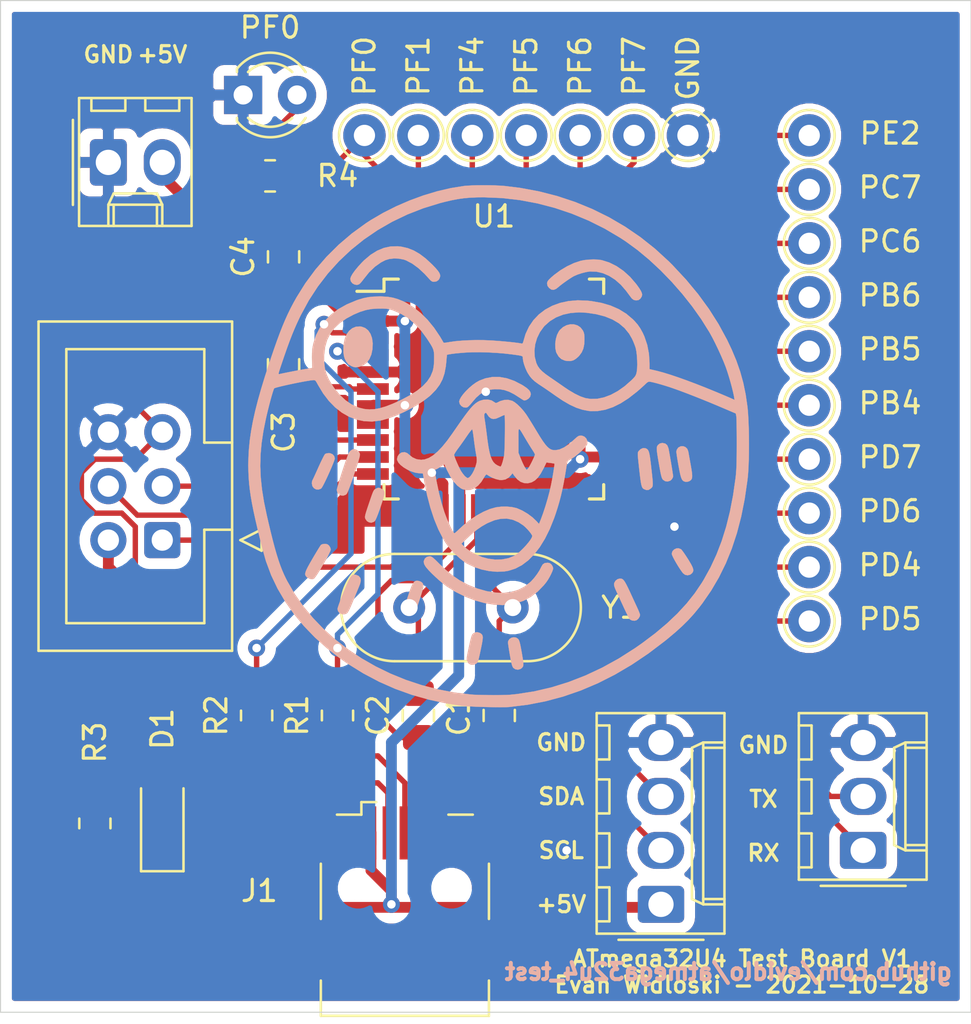
<source format=kicad_pcb>
(kicad_pcb (version 20171130) (host pcbnew 5.1.10)
  (layers (0 F.Cu signal) (31 B.Cu signal) (34 B.Paste user) (35 F.Paste user) (36 B.SilkS user) (37 F.SilkS user) (38 B.Mask user) (39 F.Mask user) (44 Edge.Cuts user))
  (net 0 "")
  (net 1 GND)
  (net 2 "Net-(C1-Pad1)")
  (net 3 "Net-(C2-Pad2)")
  (net 4 "Net-(C3-Pad1)")
  (net 5 +5V)
  (net 6 "Net-(D1-Pad2)")
  (net 7 /MOSI)
  (net 8 /RST)
  (net 9 /SCK)
  (net 10 /MISO)
  (net 11 /TX)
  (net 12 /RX)
  (net 13 "Net-(J1-Pad3)")
  (net 14 "Net-(J1-Pad2)")
  (net 15 "Net-(U1-Pad42)")
  (net 16 "Net-(J1-Pad4)")
  (net 17 "Net-(J1-Pad6)")
  (net 18 "Net-(U1-Pad12)")
  (net 19 "Net-(U1-Pad8)")
  (net 20 "Net-(U1-Pad1)")
  (net 21 "Net-(J5-Pad3)")
  (net 22 "Net-(J5-Pad2)")
  (net 23 "Net-(PB4-Pad1)")
  (net 24 "Net-(PB5-Pad1)")
  (net 25 "Net-(PB6-Pad1)")
  (net 26 "Net-(PC6-Pad1)")
  (net 27 "Net-(PC7-Pad1)")
  (net 28 "Net-(PD4-Pad1)")
  (net 29 "Net-(PD5-Pad1)")
  (net 30 "Net-(PD6-Pad1)")
  (net 31 "Net-(PD7-Pad1)")
  (net 32 "Net-(PE2-Pad1)")
  (net 33 "Net-(PF0-Pad1)")
  (net 34 "Net-(PF1-Pad1)")
  (net 35 "Net-(PF4-Pad1)")
  (net 36 "Net-(PF5-Pad1)")
  (net 37 "Net-(PF6-Pad1)")
  (net 38 "Net-(PF7-Pad1)")
  (net 39 "Net-(D2-Pad2)")
  (net 40 "Net-(R1-Pad1)")
  (net 41 "Net-(R2-Pad1)")
  (module evan_atmega32u4:phil (layer B.Cu) (at 179.07 74.295 180)
    (fp_text reference TP1 hide)
    (fp_text value logo hide)
  )
  (module Crystal:Crystal_HC49-U_Vertical (layer F.Cu) (at 179.705 81.915 180)
    (fp_text reference Y1 (at -5.08 0) (layer F.SilkS))
    (fp_text value Crystal_Small)
    (pad 2 thru_hole circle (at 4.88 0 180) (size 1.5 1.5) (drill 0.8) (layers *.Cu *.Mask) (net 3 "Net-(C2-Pad2)"))
    (pad 1 thru_hole circle (at 0 0 180) (size 1.5 1.5) (drill 0.8) (layers *.Cu *.Mask) (net 2 "Net-(C1-Pad1)"))
  )
  (module Resistor_SMD:R_0805_2012Metric_Pad1.20x1.40mm_HandSolder (layer F.Cu) (at 168.275 61.595)
    (fp_text reference R4 (at 3.175 0) (layer F.SilkS))
    (fp_text value 1k)
    (pad 2 smd roundrect (at 1 0) (size 1.2 1.4) (layers F.Cu F.Paste F.Mask) (roundrect_rratio 0.2083325) (net 33 "Net-(PF0-Pad1)"))
    (pad 1 smd roundrect (at -1 0) (size 1.2 1.4) (layers F.Cu F.Paste F.Mask) (roundrect_rratio 0.2083325) (net 39 "Net-(D2-Pad2)"))
  )
  (module LED_THT:LED_D3.0mm (layer F.Cu) (at 167.005 57.785)
    (fp_text reference D2 hide)
    (fp_text value LED)
    (fp_text user PF0 (at 1.27 -3.175) (layer F.SilkS) (effects (font (size 1 1.016))))
    (pad 2 thru_hole circle (at 2.54 0) (size 1.8 1.8) (drill 0.9) (layers *.Cu *.Mask) (net 39 "Net-(D2-Pad2)"))
    (pad 1 thru_hole rect (at 0 0) (size 1.8 1.8) (drill 0.9) (layers *.Cu *.Mask) (net 1 GND))
  )
  (module TestPoint:TestPoint_THTPad_D2.0mm_Drill1.0mm (layer F.Cu) (at 187.96 59.69)
    (fp_text reference PB1 hide)
    (fp_text value TestPoint)
    (fp_text user GND (at 0 -3.175 90) (layer F.SilkS))
    (pad 1 thru_hole circle (at 0 0) (size 2 2) (drill 1) (layers *.Cu *.Mask) (net 1 GND))
  )
  (module Connector_Molex:Molex_KK-254_AE-6410-04A_1x04_P2.54mm_Vertical (layer F.Cu) (at 186.69 95.885 90)
    (fp_text reference J5 hide)
    (fp_text value Conn_01x04)
    (fp_text user SCL (at 2.54 -4.699 180) (layer F.SilkS) (effects (font (size 0.762 0.762))))
    (fp_text user SDA (at 5.08 -4.699 180) (layer F.SilkS) (effects (font (size 0.762 0.762))))
    (fp_text user GND (at 7.62 -4.699 180) (layer F.SilkS) (effects (font (size 0.762 0.762))))
    (fp_text user +5V (at 0 -4.699 180) (layer F.SilkS) (effects (font (size 0.762 0.762))))
    (pad 4 thru_hole oval (at 7.62 0 90) (size 1.74 2.19) (drill 1.19) (layers *.Cu *.Mask) (net 1 GND))
    (pad 3 thru_hole oval (at 5.08 0 90) (size 1.74 2.19) (drill 1.19) (layers *.Cu *.Mask) (net 21 "Net-(J5-Pad3)"))
    (pad 2 thru_hole oval (at 2.54 0 90) (size 1.74 2.19) (drill 1.19) (layers *.Cu *.Mask) (net 22 "Net-(J5-Pad2)"))
    (pad 1 thru_hole roundrect (at 0 0 90) (size 1.74 2.19) (drill 1.19) (layers *.Cu *.Mask) (roundrect_rratio 0.1436775862068966) (net 5 +5V))
  )
  (module TestPoint:TestPoint_THTPad_D2.0mm_Drill1.0mm (layer F.Cu) (at 185.42 59.69)
    (fp_text reference PF7 (at 0 -3.268 90) (layer F.SilkS))
    (fp_text value TestPoint)
    (pad 1 thru_hole circle (at 0 0) (size 2 2) (drill 1) (layers *.Cu *.Mask) (net 38 "Net-(PF7-Pad1)"))
  )
  (module TestPoint:TestPoint_THTPad_D2.0mm_Drill1.0mm (layer F.Cu) (at 182.88 59.69)
    (fp_text reference PF6 (at 0 -3.268 90) (layer F.SilkS))
    (fp_text value TestPoint)
    (pad 1 thru_hole circle (at 0 0) (size 2 2) (drill 1) (layers *.Cu *.Mask) (net 37 "Net-(PF6-Pad1)"))
  )
  (module TestPoint:TestPoint_THTPad_D2.0mm_Drill1.0mm (layer F.Cu) (at 180.34 59.69)
    (fp_text reference PF5 (at 0 -3.268 90) (layer F.SilkS))
    (fp_text value TestPoint)
    (pad 1 thru_hole circle (at 0 0) (size 2 2) (drill 1) (layers *.Cu *.Mask) (net 36 "Net-(PF5-Pad1)"))
  )
  (module TestPoint:TestPoint_THTPad_D2.0mm_Drill1.0mm (layer F.Cu) (at 177.8 59.69)
    (fp_text reference PF4 (at 0 -3.268 90) (layer F.SilkS))
    (fp_text value TestPoint)
    (pad 1 thru_hole circle (at 0 0) (size 2 2) (drill 1) (layers *.Cu *.Mask) (net 35 "Net-(PF4-Pad1)"))
  )
  (module TestPoint:TestPoint_THTPad_D2.0mm_Drill1.0mm (layer F.Cu) (at 175.26 59.69)
    (fp_text reference PF1 (at 0 -3.268 90) (layer F.SilkS))
    (fp_text value TestPoint)
    (pad 1 thru_hole circle (at 0 0) (size 2 2) (drill 1) (layers *.Cu *.Mask) (net 34 "Net-(PF1-Pad1)"))
  )
  (module TestPoint:TestPoint_THTPad_D2.0mm_Drill1.0mm (layer F.Cu) (at 172.72 59.69)
    (fp_text reference PF0 (at 0 -3.268 90) (layer F.SilkS))
    (fp_text value TestPoint)
    (pad 1 thru_hole circle (at 0 0) (size 2 2) (drill 1) (layers *.Cu *.Mask) (net 33 "Net-(PF0-Pad1)"))
  )
  (module TestPoint:TestPoint_THTPad_D2.0mm_Drill1.0mm (layer F.Cu) (at 193.675 59.69)
    (fp_text reference PE2 (at 3.81 -0.093) (layer F.SilkS))
    (fp_text value TestPoint)
    (pad 1 thru_hole circle (at 0 0) (size 2 2) (drill 1) (layers *.Cu *.Mask) (net 32 "Net-(PE2-Pad1)"))
  )
  (module TestPoint:TestPoint_THTPad_D2.0mm_Drill1.0mm (layer F.Cu) (at 193.675 74.93)
    (fp_text reference PD7 (at 3.81 -0.093) (layer F.SilkS))
    (fp_text value TestPoint)
    (pad 1 thru_hole circle (at 0 0) (size 2 2) (drill 1) (layers *.Cu *.Mask) (net 31 "Net-(PD7-Pad1)"))
  )
  (module TestPoint:TestPoint_THTPad_D2.0mm_Drill1.0mm (layer F.Cu) (at 193.675 77.47)
    (fp_text reference PD6 (at 3.81 -0.093) (layer F.SilkS))
    (fp_text value TestPoint)
    (pad 1 thru_hole circle (at 0 0) (size 2 2) (drill 1) (layers *.Cu *.Mask) (net 30 "Net-(PD6-Pad1)"))
  )
  (module TestPoint:TestPoint_THTPad_D2.0mm_Drill1.0mm (layer F.Cu) (at 193.675 82.55)
    (fp_text reference PD5 (at 3.81 -0.093) (layer F.SilkS))
    (fp_text value TestPoint)
    (pad 1 thru_hole circle (at 0 0) (size 2 2) (drill 1) (layers *.Cu *.Mask) (net 29 "Net-(PD5-Pad1)"))
  )
  (module TestPoint:TestPoint_THTPad_D2.0mm_Drill1.0mm (layer F.Cu) (at 193.675 80.01)
    (fp_text reference PD4 (at 3.81 -0.093) (layer F.SilkS))
    (fp_text value TestPoint)
    (pad 1 thru_hole circle (at 0 0) (size 2 2) (drill 1) (layers *.Cu *.Mask) (net 28 "Net-(PD4-Pad1)"))
  )
  (module TestPoint:TestPoint_THTPad_D2.0mm_Drill1.0mm (layer F.Cu) (at 193.675 62.23)
    (fp_text reference PC7 (at 3.81 -0.093) (layer F.SilkS))
    (fp_text value TestPoint)
    (pad 1 thru_hole circle (at 0 0) (size 2 2) (drill 1) (layers *.Cu *.Mask) (net 27 "Net-(PC7-Pad1)"))
  )
  (module TestPoint:TestPoint_THTPad_D2.0mm_Drill1.0mm (layer F.Cu) (at 193.675 64.77)
    (fp_text reference PC6 (at 3.81 -0.093) (layer F.SilkS))
    (fp_text value TestPoint)
    (pad 1 thru_hole circle (at 0 0) (size 2 2) (drill 1) (layers *.Cu *.Mask) (net 26 "Net-(PC6-Pad1)"))
  )
  (module TestPoint:TestPoint_THTPad_D2.0mm_Drill1.0mm (layer F.Cu) (at 193.675 67.31)
    (fp_text reference PB6 (at 3.81 -0.093) (layer F.SilkS))
    (fp_text value TestPoint)
    (pad 1 thru_hole circle (at 0 0) (size 2 2) (drill 1) (layers *.Cu *.Mask) (net 25 "Net-(PB6-Pad1)"))
  )
  (module TestPoint:TestPoint_THTPad_D2.0mm_Drill1.0mm (layer F.Cu) (at 193.675 69.85)
    (fp_text reference PB5 (at 3.81 -0.093) (layer F.SilkS))
    (fp_text value TestPoint)
    (pad 1 thru_hole circle (at 0 0) (size 2 2) (drill 1) (layers *.Cu *.Mask) (net 24 "Net-(PB5-Pad1)"))
  )
  (module TestPoint:TestPoint_THTPad_D2.0mm_Drill1.0mm (layer F.Cu) (at 193.675 72.39)
    (fp_text reference PB4 (at 3.81 -0.093) (layer F.SilkS))
    (fp_text value TestPoint)
    (pad 1 thru_hole circle (at 0 0) (size 2 2) (drill 1) (layers *.Cu *.Mask) (net 23 "Net-(PB4-Pad1)"))
  )
  (module Connector_USB:USB_Mini-B_Wuerth_65100516121_Horizontal (layer F.Cu) (at 174.625 95.123)
    (fp_text reference J1 (at -6.858 0.127) (layer F.SilkS))
    (fp_text value USB_B_Mini)
    (pad "" np_thru_hole circle (at 2.2 0) (size 0.9 0.9) (drill 0.9) (layers *.Cu *.Mask))
    (pad "" np_thru_hole circle (at -2.2 0) (size 0.9 0.9) (drill 0.9) (layers *.Cu *.Mask))
    (pad 5 smd rect (at 1.6 -2.6) (size 0.5 2.5) (layers F.Cu F.Paste F.Mask) (net 1 GND))
    (pad 4 smd rect (at 0.8 -2.6) (size 0.5 2.5) (layers F.Cu F.Paste F.Mask) (net 16 "Net-(J1-Pad4)"))
    (pad 3 smd rect (at 0 -2.6) (size 0.5 2.5) (layers F.Cu F.Paste F.Mask) (net 13 "Net-(J1-Pad3)"))
    (pad 2 smd rect (at -0.8 -2.6) (size 0.5 2.5) (layers F.Cu F.Paste F.Mask) (net 14 "Net-(J1-Pad2)"))
    (pad 1 smd rect (at -1.6 -2.6) (size 0.5 2.5) (layers F.Cu F.Paste F.Mask) (net 5 +5V))
    (pad 6 smd rect (at 4.4 -2.6) (size 2 2.5) (layers F.Cu F.Paste F.Mask) (net 17 "Net-(J1-Pad6)"))
    (pad 6 smd rect (at -4.4 -2.6) (size 2 2.5) (layers F.Cu F.Paste F.Mask) (net 17 "Net-(J1-Pad6)"))
    (pad 6 smd rect (at 4.4 2.9) (size 2 2.5) (layers F.Cu F.Paste F.Mask) (net 17 "Net-(J1-Pad6)"))
    (pad 6 smd rect (at -4.4 2.9) (size 2 2.5) (layers F.Cu F.Paste F.Mask) (net 17 "Net-(J1-Pad6)"))
  )
  (module Package_QFP:TQFP-44_10x10mm_P0.8mm (layer F.Cu) (at 178.816 71.628)
    (fp_text reference U1 (at 0 -8.128) (layer F.SilkS))
    (fp_text value ATmega32U4-AU)
    (pad 44 smd rect (at -4 -5.7 90) (size 1.5 0.55) (layers F.Cu F.Paste F.Mask) (net 5 +5V))
    (pad 43 smd rect (at -3.2 -5.7 90) (size 1.5 0.55) (layers F.Cu F.Paste F.Mask) (net 1 GND))
    (pad 42 smd rect (at -2.4 -5.7 90) (size 1.5 0.55) (layers F.Cu F.Paste F.Mask) (net 15 "Net-(U1-Pad42)"))
    (pad 41 smd rect (at -1.6 -5.7 90) (size 1.5 0.55) (layers F.Cu F.Paste F.Mask) (net 33 "Net-(PF0-Pad1)"))
    (pad 40 smd rect (at -0.8 -5.7 90) (size 1.5 0.55) (layers F.Cu F.Paste F.Mask) (net 34 "Net-(PF1-Pad1)"))
    (pad 39 smd rect (at 0 -5.7 90) (size 1.5 0.55) (layers F.Cu F.Paste F.Mask) (net 35 "Net-(PF4-Pad1)"))
    (pad 38 smd rect (at 0.8 -5.7 90) (size 1.5 0.55) (layers F.Cu F.Paste F.Mask) (net 36 "Net-(PF5-Pad1)"))
    (pad 37 smd rect (at 1.6 -5.7 90) (size 1.5 0.55) (layers F.Cu F.Paste F.Mask) (net 37 "Net-(PF6-Pad1)"))
    (pad 36 smd rect (at 2.4 -5.7 90) (size 1.5 0.55) (layers F.Cu F.Paste F.Mask) (net 38 "Net-(PF7-Pad1)"))
    (pad 35 smd rect (at 3.2 -5.7 90) (size 1.5 0.55) (layers F.Cu F.Paste F.Mask) (net 1 GND))
    (pad 34 smd rect (at 4 -5.7 90) (size 1.5 0.55) (layers F.Cu F.Paste F.Mask) (net 5 +5V))
    (pad 33 smd rect (at 5.7 -4) (size 1.5 0.55) (layers F.Cu F.Paste F.Mask) (net 32 "Net-(PE2-Pad1)"))
    (pad 32 smd rect (at 5.7 -3.2) (size 1.5 0.55) (layers F.Cu F.Paste F.Mask) (net 27 "Net-(PC7-Pad1)"))
    (pad 31 smd rect (at 5.7 -2.4) (size 1.5 0.55) (layers F.Cu F.Paste F.Mask) (net 26 "Net-(PC6-Pad1)"))
    (pad 30 smd rect (at 5.7 -1.6) (size 1.5 0.55) (layers F.Cu F.Paste F.Mask) (net 25 "Net-(PB6-Pad1)"))
    (pad 29 smd rect (at 5.7 -0.8) (size 1.5 0.55) (layers F.Cu F.Paste F.Mask) (net 24 "Net-(PB5-Pad1)"))
    (pad 28 smd rect (at 5.7 0) (size 1.5 0.55) (layers F.Cu F.Paste F.Mask) (net 23 "Net-(PB4-Pad1)"))
    (pad 27 smd rect (at 5.7 0.8) (size 1.5 0.55) (layers F.Cu F.Paste F.Mask) (net 31 "Net-(PD7-Pad1)"))
    (pad 26 smd rect (at 5.7 1.6) (size 1.5 0.55) (layers F.Cu F.Paste F.Mask) (net 30 "Net-(PD6-Pad1)"))
    (pad 25 smd rect (at 5.7 2.4) (size 1.5 0.55) (layers F.Cu F.Paste F.Mask) (net 28 "Net-(PD4-Pad1)"))
    (pad 24 smd rect (at 5.7 3.2) (size 1.5 0.55) (layers F.Cu F.Paste F.Mask) (net 5 +5V))
    (pad 23 smd rect (at 5.7 4) (size 1.5 0.55) (layers F.Cu F.Paste F.Mask) (net 1 GND))
    (pad 22 smd rect (at 4 5.7 90) (size 1.5 0.55) (layers F.Cu F.Paste F.Mask) (net 29 "Net-(PD5-Pad1)"))
    (pad 21 smd rect (at 3.2 5.7 90) (size 1.5 0.55) (layers F.Cu F.Paste F.Mask) (net 11 /TX))
    (pad 20 smd rect (at 2.4 5.7 90) (size 1.5 0.55) (layers F.Cu F.Paste F.Mask) (net 12 /RX))
    (pad 19 smd rect (at 1.6 5.7 90) (size 1.5 0.55) (layers F.Cu F.Paste F.Mask) (net 21 "Net-(J5-Pad3)"))
    (pad 18 smd rect (at 0.8 5.7 90) (size 1.5 0.55) (layers F.Cu F.Paste F.Mask) (net 22 "Net-(J5-Pad2)"))
    (pad 17 smd rect (at 0 5.7 90) (size 1.5 0.55) (layers F.Cu F.Paste F.Mask) (net 2 "Net-(C1-Pad1)"))
    (pad 16 smd rect (at -0.8 5.7 90) (size 1.5 0.55) (layers F.Cu F.Paste F.Mask) (net 3 "Net-(C2-Pad2)"))
    (pad 15 smd rect (at -1.6 5.7 90) (size 1.5 0.55) (layers F.Cu F.Paste F.Mask) (net 1 GND))
    (pad 14 smd rect (at -2.4 5.7 90) (size 1.5 0.55) (layers F.Cu F.Paste F.Mask) (net 5 +5V))
    (pad 13 smd rect (at -3.2 5.7 90) (size 1.5 0.55) (layers F.Cu F.Paste F.Mask) (net 8 /RST))
    (pad 12 smd rect (at -4 5.7 90) (size 1.5 0.55) (layers F.Cu F.Paste F.Mask) (net 18 "Net-(U1-Pad12)"))
    (pad 11 smd rect (at -5.7 4) (size 1.5 0.55) (layers F.Cu F.Paste F.Mask) (net 10 /MISO))
    (pad 10 smd rect (at -5.7 3.2) (size 1.5 0.55) (layers F.Cu F.Paste F.Mask) (net 7 /MOSI))
    (pad 9 smd rect (at -5.7 2.4) (size 1.5 0.55) (layers F.Cu F.Paste F.Mask) (net 9 /SCK))
    (pad 8 smd rect (at -5.7 1.6) (size 1.5 0.55) (layers F.Cu F.Paste F.Mask) (net 19 "Net-(U1-Pad8)"))
    (pad 7 smd rect (at -5.7 0.8) (size 1.5 0.55) (layers F.Cu F.Paste F.Mask) (net 5 +5V))
    (pad 6 smd rect (at -5.7 0) (size 1.5 0.55) (layers F.Cu F.Paste F.Mask) (net 4 "Net-(C3-Pad1)"))
    (pad 5 smd rect (at -5.7 -0.8) (size 1.5 0.55) (layers F.Cu F.Paste F.Mask) (net 1 GND))
    (pad 4 smd rect (at -5.7 -1.6) (size 1.5 0.55) (layers F.Cu F.Paste F.Mask) (net 40 "Net-(R1-Pad1)"))
    (pad 3 smd rect (at -5.7 -2.4) (size 1.5 0.55) (layers F.Cu F.Paste F.Mask) (net 41 "Net-(R2-Pad1)"))
    (pad 2 smd rect (at -5.7 -3.2) (size 1.5 0.55) (layers F.Cu F.Paste F.Mask) (net 5 +5V))
    (pad 1 smd rect (at -5.7 -4) (size 1.5 0.55) (layers F.Cu F.Paste F.Mask) (net 20 "Net-(U1-Pad1)"))
  )
  (module Resistor_SMD:R_0805_2012Metric_Pad1.20x1.40mm_HandSolder (layer F.Cu) (at 160.02 92.075 90)
    (fp_text reference R3 (at 3.81 0 90) (layer F.SilkS))
    (fp_text value 10k)
    (pad 2 smd roundrect (at 1 0 90) (size 1.2 1.4) (layers F.Cu F.Paste F.Mask) (roundrect_rratio 0.2083325) (net 8 /RST))
    (pad 1 smd roundrect (at -1 0 90) (size 1.2 1.4) (layers F.Cu F.Paste F.Mask) (roundrect_rratio 0.2083325) (net 5 +5V))
  )
  (module Resistor_SMD:R_0805_2012Metric_Pad1.20x1.40mm_HandSolder (layer F.Cu) (at 167.64 86.995 270)
    (fp_text reference R2 (at 0 1.905 90) (layer F.SilkS))
    (fp_text value 22)
    (pad 2 smd roundrect (at 1 0 270) (size 1.2 1.4) (layers F.Cu F.Paste F.Mask) (roundrect_rratio 0.2083325) (net 14 "Net-(J1-Pad2)"))
    (pad 1 smd roundrect (at -1 0 270) (size 1.2 1.4) (layers F.Cu F.Paste F.Mask) (roundrect_rratio 0.2083325) (net 41 "Net-(R2-Pad1)"))
  )
  (module Resistor_SMD:R_0805_2012Metric_Pad1.20x1.40mm_HandSolder (layer F.Cu) (at 171.45 86.995 270)
    (fp_text reference R1 (at 0 1.905 90) (layer F.SilkS))
    (fp_text value 22)
    (pad 2 smd roundrect (at 1 0 270) (size 1.2 1.4) (layers F.Cu F.Paste F.Mask) (roundrect_rratio 0.2083325) (net 13 "Net-(J1-Pad3)"))
    (pad 1 smd roundrect (at -1 0 270) (size 1.2 1.4) (layers F.Cu F.Paste F.Mask) (roundrect_rratio 0.2083325) (net 40 "Net-(R1-Pad1)"))
  )
  (module Connector_Molex:Molex_KK-254_AE-6410-03A_1x03_P2.54mm_Vertical (layer F.Cu) (at 196.215 93.345 90)
    (fp_text reference J4 hide)
    (fp_text value Conn_01x03)
    (fp_text user GND (at 4.953 -4.699 180) (layer F.SilkS) (effects (font (size 0.762 0.762))))
    (fp_text user TX (at 2.413 -4.699 180) (layer F.SilkS) (effects (font (size 0.762 0.762))))
    (fp_text user RX (at -0.127 -4.699 180) (layer F.SilkS) (effects (font (size 0.762 0.762))))
    (pad 3 thru_hole oval (at 5.08 0 90) (size 1.74 2.19) (drill 1.19) (layers *.Cu *.Mask) (net 1 GND))
    (pad 2 thru_hole oval (at 2.54 0 90) (size 1.74 2.19) (drill 1.19) (layers *.Cu *.Mask) (net 11 /TX))
    (pad 1 thru_hole roundrect (at 0 0 90) (size 1.74 2.19) (drill 1.19) (layers *.Cu *.Mask) (roundrect_rratio 0.1436775862068966) (net 12 /RX))
  )
  (module Connector_Molex:Molex_KK-254_AE-6410-02A_1x02_P2.54mm_Vertical (layer F.Cu) (at 160.655 60.96)
    (fp_text reference J3 hide)
    (fp_text value Conn_01x02)
    (fp_text user GND (at 0 -5.08) (layer F.SilkS) (effects (font (size 0.762 0.762))))
    (fp_text user +5V (at 2.54 -5.08) (layer F.SilkS) (effects (font (size 0.762 0.762))))
    (pad 2 thru_hole oval (at 2.54 0) (size 1.74 2.19) (drill 1.19) (layers *.Cu *.Mask) (net 5 +5V))
    (pad 1 thru_hole roundrect (at 0 0) (size 1.74 2.19) (drill 1.19) (layers *.Cu *.Mask) (roundrect_rratio 0.1436775862068966) (net 1 GND))
  )
  (module Connector_IDC:IDC-Header_2x03_P2.54mm_Vertical (layer F.Cu) (at 163.195 78.74 180)
    (fp_text reference J2 hide)
    (fp_text value AVR-ISP-6)
    (pad 6 thru_hole circle (at 2.54 5.08 180) (size 1.7 1.7) (drill 1) (layers *.Cu *.Mask) (net 1 GND))
    (pad 4 thru_hole circle (at 2.54 2.54 180) (size 1.7 1.7) (drill 1) (layers *.Cu *.Mask) (net 7 /MOSI))
    (pad 2 thru_hole circle (at 2.54 0 180) (size 1.7 1.7) (drill 1) (layers *.Cu *.Mask) (net 6 "Net-(D1-Pad2)"))
    (pad 5 thru_hole circle (at 0 5.08 180) (size 1.7 1.7) (drill 1) (layers *.Cu *.Mask) (net 8 /RST))
    (pad 3 thru_hole circle (at 0 2.54 180) (size 1.7 1.7) (drill 1) (layers *.Cu *.Mask) (net 9 /SCK))
    (pad 1 thru_hole roundrect (at 0 0 180) (size 1.7 1.7) (drill 1) (layers *.Cu *.Mask) (roundrect_rratio 0.1470588235294118) (net 10 /MISO))
  )
  (module Diode_SMD:D_SOD-123 (layer F.Cu) (at 163.195 92.075 90)
    (fp_text reference D1 (at 4.445 0 90) (layer F.SilkS))
    (fp_text value MBR0520)
    (pad 2 smd rect (at 1.65 0 90) (size 0.9 1.2) (layers F.Cu F.Paste F.Mask) (net 6 "Net-(D1-Pad2)"))
    (pad 1 smd rect (at -1.65 0 90) (size 0.9 1.2) (layers F.Cu F.Paste F.Mask) (net 5 +5V))
  )
  (module Capacitor_SMD:C_0805_2012Metric_Pad1.18x1.45mm_HandSolder (layer F.Cu) (at 168.91 65.405 270)
    (fp_text reference C4 (at 0 1.905 90) (layer F.SilkS))
    (fp_text value 1uF)
    (pad 2 smd roundrect (at 1.0375 0 270) (size 1.175 1.45) (layers F.Cu F.Paste F.Mask) (roundrect_rratio 0.2127659574468085) (net 5 +5V))
    (pad 1 smd roundrect (at -1.0375 0 270) (size 1.175 1.45) (layers F.Cu F.Paste F.Mask) (roundrect_rratio 0.2127659574468085) (net 1 GND))
  )
  (module Capacitor_SMD:C_0805_2012Metric_Pad1.18x1.45mm_HandSolder (layer F.Cu) (at 168.91 70.485 90)
    (fp_text reference C3 (at -3.175 0 90) (layer F.SilkS))
    (fp_text value C_Small)
    (pad 2 smd roundrect (at 1.0375 0 90) (size 1.175 1.45) (layers F.Cu F.Paste F.Mask) (roundrect_rratio 0.2127659574468085) (net 1 GND))
    (pad 1 smd roundrect (at -1.0375 0 90) (size 1.175 1.45) (layers F.Cu F.Paste F.Mask) (roundrect_rratio 0.2127659574468085) (net 4 "Net-(C3-Pad1)"))
  )
  (module Capacitor_SMD:C_0805_2012Metric_Pad1.18x1.45mm_HandSolder (layer F.Cu) (at 175.26 86.995 90)
    (fp_text reference C2 (at 0 -1.905 90) (layer F.SilkS))
    (fp_text value 22p)
    (pad 2 smd roundrect (at 1.0375 0 90) (size 1.175 1.45) (layers F.Cu F.Paste F.Mask) (roundrect_rratio 0.2127659574468085) (net 3 "Net-(C2-Pad2)"))
    (pad 1 smd roundrect (at -1.0375 0 90) (size 1.175 1.45) (layers F.Cu F.Paste F.Mask) (roundrect_rratio 0.2127659574468085) (net 1 GND))
  )
  (module Capacitor_SMD:C_0805_2012Metric_Pad1.18x1.45mm_HandSolder (layer F.Cu) (at 179.07 86.995 270)
    (fp_text reference C1 (at 0 1.905 90) (layer F.SilkS))
    (fp_text value 22p)
    (pad 2 smd roundrect (at 1.0375 0 270) (size 1.175 1.45) (layers F.Cu F.Paste F.Mask) (roundrect_rratio 0.2127659574468085) (net 1 GND))
    (pad 1 smd roundrect (at -1.0375 0 270) (size 1.175 1.45) (layers F.Cu F.Paste F.Mask) (roundrect_rratio 0.2127659574468085) (net 2 "Net-(C1-Pad1)"))
  )
  (gr_text github.com/evidlo/atmega32u4_test (at 189.865 99.06) (layer B.SilkS) (effects (font (size 0.762 0.762) (thickness 0.1905)) (justify mirror)))
  (gr_line (start 201.295 53.34) (end 155.575 53.34) (layer Edge.Cuts) (width 0.05))
  (gr_line (start 201.295 100.965) (end 201.295 53.34) (layer Edge.Cuts) (width 0.05))
  (gr_line (start 155.575 100.965) (end 201.295 100.965) (layer Edge.Cuts) (width 0.05))
  (gr_line (start 155.575 53.34) (end 155.575 100.965) (layer Edge.Cuts) (width 0.05))
  (gr_text "ATmega32U4 Test Board V1\nEvan Widloski - 2021-10-28" (at 190.5 99.06) (layer F.SilkS) (effects (font (size 0.762 0.762))))
  (via (at 178.435 71.755) (size 0.8) (drill 0.4) (layers F.Cu B.Cu) (net 1))
  (via (at 187.325 78.105) (size 0.8) (drill 0.4) (layers F.Cu B.Cu) (net 1))
  (via (at 182.245 93.345) (size 0.8) (drill 0.4) (layers F.Cu B.Cu) (net 1))
  (segment (start 179.07 88.0325) (end 175.26 88.0325) (width 0.254) (layer F.Cu) (net 1))
  (segment (start 177.216 78.689) (end 177.216 77.328) (width 0.254) (layer F.Cu) (net 1))
  (segment (start 175.26 80.645) (end 177.216 78.689) (width 0.254) (layer F.Cu) (net 1))
  (segment (start 174.3925 88.0325) (end 173.355 86.995) (width 0.254) (layer F.Cu) (net 1))
  (segment (start 173.355 86.995) (end 173.355 81.28) (width 0.254) (layer F.Cu) (net 1))
  (segment (start 175.26 88.0325) (end 174.3925 88.0325) (width 0.254) (layer F.Cu) (net 1))
  (segment (start 173.355 81.28) (end 173.99 80.645) (width 0.254) (layer F.Cu) (net 1))
  (segment (start 173.99 80.645) (end 175.26 80.645) (width 0.254) (layer F.Cu) (net 1))
  (segment (start 179.07 82.55) (end 179.705 81.915) (width 0.254) (layer F.Cu) (net 2))
  (segment (start 179.07 85.9575) (end 179.07 82.55) (width 0.254) (layer F.Cu) (net 2))
  (segment (start 178.816 81.026) (end 178.816 77.328) (width 0.254) (layer F.Cu) (net 2))
  (segment (start 179.705 81.915) (end 178.816 81.026) (width 0.254) (layer F.Cu) (net 2))
  (segment (start 175.26 82.35) (end 174.825 81.915) (width 0.254) (layer F.Cu) (net 3))
  (segment (start 175.26 85.9575) (end 175.26 82.35) (width 0.254) (layer F.Cu) (net 3))
  (segment (start 178.016 78.724) (end 178.016 77.328) (width 0.254) (layer F.Cu) (net 3))
  (segment (start 174.825 81.915) (end 178.016 78.724) (width 0.254) (layer F.Cu) (net 3))
  (segment (start 172.0105 71.5225) (end 168.91 71.5225) (width 0.25) (layer F.Cu) (net 4))
  (segment (start 172.116 71.628) (end 172.0105 71.5225) (width 0.25) (layer F.Cu) (net 4))
  (segment (start 173.116 71.628) (end 172.116 71.628) (width 0.25) (layer F.Cu) (net 4))
  (via (at 182.88 74.93) (size 0.8) (drill 0.4) (layers F.Cu B.Cu) (net 5))
  (segment (start 182.245 75.565) (end 182.88 74.93) (width 0.508) (layer B.Cu) (net 5))
  (segment (start 182.982 74.828) (end 184.516 74.828) (width 0.508) (layer F.Cu) (net 5))
  (segment (start 182.88 74.93) (end 182.982 74.828) (width 0.508) (layer F.Cu) (net 5))
  (segment (start 175.26 75.565) (end 174.625 74.93) (width 0.508) (layer B.Cu) (net 5))
  (via (at 174.625 72.39) (size 0.8) (drill 0.4) (layers F.Cu B.Cu) (net 5))
  (segment (start 174.625 74.93) (end 174.625 72.39) (width 0.508) (layer B.Cu) (net 5))
  (segment (start 173.154 72.39) (end 173.116 72.428) (width 0.508) (layer F.Cu) (net 5))
  (segment (start 174.625 72.39) (end 173.154 72.39) (width 0.508) (layer F.Cu) (net 5))
  (segment (start 174.625 72.39) (end 174.625 68.58) (width 0.508) (layer B.Cu) (net 5))
  (segment (start 173.116 68.428) (end 174.625 68.428) (width 0.508) (layer F.Cu) (net 5))
  (via (at 174.625 68.428) (size 0.8) (drill 0.4) (layers F.Cu B.Cu) (net 5))
  (segment (start 174.625 66.119) (end 174.816 65.928) (width 0.508) (layer F.Cu) (net 5))
  (segment (start 174.625 68.428) (end 174.625 66.119) (width 0.508) (layer F.Cu) (net 5))
  (segment (start 182.88 65.992) (end 182.816 65.928) (width 0.508) (layer F.Cu) (net 5))
  (segment (start 182.88 74.93) (end 182.88 65.992) (width 0.508) (layer F.Cu) (net 5))
  (via (at 175.895 75.565) (size 0.8) (drill 0.4) (layers F.Cu B.Cu) (net 5))
  (segment (start 176.53 75.565) (end 175.895 75.565) (width 0.508) (layer B.Cu) (net 5))
  (segment (start 175.895 75.565) (end 175.26 75.565) (width 0.508) (layer B.Cu) (net 5))
  (segment (start 176.416 76.086) (end 175.895 75.565) (width 0.508) (layer F.Cu) (net 5))
  (segment (start 176.416 77.328) (end 176.416 76.086) (width 0.508) (layer F.Cu) (net 5))
  (segment (start 162.545 93.075) (end 163.195 93.725) (width 0.254) (layer F.Cu) (net 5))
  (segment (start 160.02 93.075) (end 162.545 93.075) (width 0.254) (layer F.Cu) (net 5))
  (segment (start 163.195 93.725) (end 168.02 93.725) (width 0.508) (layer F.Cu) (net 5))
  (segment (start 168.02 93.725) (end 168.91 94.615) (width 0.508) (layer F.Cu) (net 5))
  (segment (start 173.025 92.523) (end 173.025 93.04) (width 0.508) (layer F.Cu) (net 5))
  (segment (start 170.322001 96.027001) (end 168.91 94.615) (width 0.508) (layer F.Cu) (net 5))
  (segment (start 186.547999 96.027001) (end 170.322001 96.027001) (width 0.508) (layer F.Cu) (net 5))
  (segment (start 186.69 95.885) (end 186.547999 96.027001) (width 0.508) (layer F.Cu) (net 5))
  (segment (start 173.025 94.281) (end 173.99 95.246) (width 0.508) (layer F.Cu) (net 5))
  (segment (start 173.025 92.523) (end 173.025 94.281) (width 0.508) (layer F.Cu) (net 5))
  (segment (start 173.99 95.246) (end 173.99 96.027001) (width 0.508) (layer F.Cu) (net 5))
  (via (at 173.99 95.885) (size 0.8) (drill 0.4) (layers F.Cu B.Cu) (net 5))
  (segment (start 163.195 60.96) (end 163.195 61.595) (width 0.508) (layer F.Cu) (net 5))
  (segment (start 168.0425 66.4425) (end 168.91 66.4425) (width 0.508) (layer F.Cu) (net 5))
  (segment (start 163.195 61.595) (end 168.0425 66.4425) (width 0.508) (layer F.Cu) (net 5))
  (segment (start 170.088298 66.4425) (end 168.91 66.4425) (width 0.508) (layer F.Cu) (net 5))
  (segment (start 172.073798 68.428) (end 170.088298 66.4425) (width 0.508) (layer F.Cu) (net 5))
  (segment (start 173.116 68.428) (end 172.073798 68.428) (width 0.508) (layer F.Cu) (net 5))
  (segment (start 173.99 88.265) (end 177.165 85.09) (width 0.508) (layer B.Cu) (net 5))
  (segment (start 177.165 85.09) (end 177.165 75.565) (width 0.508) (layer B.Cu) (net 5))
  (segment (start 173.99 95.885) (end 173.99 88.265) (width 0.508) (layer B.Cu) (net 5))
  (segment (start 177.165 75.565) (end 182.245 75.565) (width 0.508) (layer B.Cu) (net 5))
  (segment (start 176.53 75.565) (end 177.165 75.565) (width 0.508) (layer B.Cu) (net 5))
  (segment (start 163.195 90.425) (end 163.195 82.55) (width 0.508) (layer F.Cu) (net 6))
  (segment (start 160.655 80.01) (end 160.655 78.74) (width 0.508) (layer F.Cu) (net 6))
  (segment (start 163.195 82.55) (end 160.655 80.01) (width 0.508) (layer F.Cu) (net 6))
  (segment (start 162.01999 77.56499) (end 168.81501 77.56499) (width 0.25) (layer F.Cu) (net 7))
  (segment (start 160.655 76.2) (end 162.01999 77.56499) (width 0.25) (layer F.Cu) (net 7))
  (segment (start 171.552 74.828) (end 173.116 74.828) (width 0.25) (layer F.Cu) (net 7))
  (segment (start 168.81501 77.56499) (end 171.552 74.828) (width 0.25) (layer F.Cu) (net 7))
  (segment (start 160.02 91.075) (end 160.02 81.915) (width 0.25) (layer F.Cu) (net 8))
  (segment (start 160.02 81.915) (end 158.75 80.645) (width 0.25) (layer F.Cu) (net 8))
  (segment (start 158.75 80.645) (end 158.75 73.025) (width 0.25) (layer F.Cu) (net 8))
  (segment (start 158.75 73.025) (end 160.02 71.755) (width 0.25) (layer F.Cu) (net 8))
  (segment (start 161.29 71.755) (end 163.195 73.66) (width 0.25) (layer F.Cu) (net 8))
  (segment (start 160.02 71.755) (end 161.29 71.755) (width 0.25) (layer F.Cu) (net 8))
  (segment (start 175.616 77.328) (end 175.616 78.384) (width 0.254) (layer F.Cu) (net 8))
  (segment (start 175.616 78.384) (end 173.99 80.01) (width 0.254) (layer F.Cu) (net 8))
  (segment (start 173.99 80.01) (end 165.1 80.01) (width 0.254) (layer F.Cu) (net 8))
  (segment (start 165.1 80.01) (end 164.465 80.645) (width 0.254) (layer F.Cu) (net 8))
  (segment (start 164.465 80.645) (end 162.56 80.645) (width 0.254) (layer F.Cu) (net 8))
  (segment (start 162.56 80.645) (end 161.925 80.01) (width 0.254) (layer F.Cu) (net 8))
  (segment (start 161.925 80.01) (end 161.925 78.109238) (width 0.254) (layer F.Cu) (net 8))
  (segment (start 161.925 78.109238) (end 161.285762 77.47) (width 0.254) (layer F.Cu) (net 8))
  (segment (start 161.285762 77.47) (end 160.02 77.47) (width 0.254) (layer F.Cu) (net 8))
  (segment (start 160.02 77.47) (end 159.385 76.835) (width 0.254) (layer F.Cu) (net 8))
  (segment (start 159.385 76.835) (end 159.385 75.565) (width 0.254) (layer F.Cu) (net 8))
  (segment (start 159.385 75.565) (end 160.02 74.93) (width 0.254) (layer F.Cu) (net 8))
  (segment (start 161.925 74.93) (end 163.195 73.66) (width 0.254) (layer F.Cu) (net 8))
  (segment (start 160.02 74.93) (end 161.925 74.93) (width 0.254) (layer F.Cu) (net 8))
  (segment (start 173.116 74.028) (end 171.305089 74.028) (width 0.25) (layer F.Cu) (net 9))
  (segment (start 169.133089 76.2) (end 163.195 76.2) (width 0.25) (layer F.Cu) (net 9))
  (segment (start 171.305089 74.028) (end 169.133089 76.2) (width 0.25) (layer F.Cu) (net 9))
  (segment (start 163.195 78.74) (end 168.91 78.74) (width 0.254) (layer F.Cu) (net 10))
  (segment (start 172.022 75.628) (end 168.91 78.74) (width 0.254) (layer F.Cu) (net 10))
  (segment (start 173.116 75.628) (end 172.022 75.628) (width 0.254) (layer F.Cu) (net 10))
  (segment (start 182.016 77.876) (end 182.213999 78.073999) (width 0.254) (layer F.Cu) (net 11))
  (segment (start 182.016 77.328) (end 182.016 77.876) (width 0.254) (layer F.Cu) (net 11))
  (segment (start 194.679398 90.805) (end 196.215 90.805) (width 0.254) (layer F.Cu) (net 11))
  (segment (start 182.213999 78.339601) (end 194.679398 90.805) (width 0.254) (layer F.Cu) (net 11))
  (segment (start 182.213999 78.073999) (end 182.213999 78.339601) (width 0.254) (layer F.Cu) (net 11))
  (segment (start 181.216 78.346) (end 181.216 77.328) (width 0.254) (layer F.Cu) (net 12))
  (segment (start 196.215 93.345) (end 181.216 78.346) (width 0.254) (layer F.Cu) (net 12))
  (segment (start 171.45 87.995) (end 171.45 88.265) (width 0.254) (layer F.Cu) (net 13))
  (segment (start 171.45 88.265) (end 172.085 88.9) (width 0.254) (layer F.Cu) (net 13))
  (segment (start 172.085 88.9) (end 173.355 88.9) (width 0.254) (layer F.Cu) (net 13))
  (segment (start 174.625 90.17) (end 174.625 92.523) (width 0.254) (layer F.Cu) (net 13))
  (segment (start 173.355 88.9) (end 174.625 90.17) (width 0.254) (layer F.Cu) (net 13))
  (segment (start 173.825 92.523) (end 173.825 90.64) (width 0.254) (layer F.Cu) (net 14))
  (segment (start 173.825 90.64) (end 173.355 90.17) (width 0.254) (layer F.Cu) (net 14))
  (segment (start 173.355 90.17) (end 168.91 90.17) (width 0.254) (layer F.Cu) (net 14))
  (segment (start 167.64 88.9) (end 167.64 87.995) (width 0.254) (layer F.Cu) (net 14))
  (segment (start 168.91 90.17) (end 167.64 88.9) (width 0.254) (layer F.Cu) (net 14))
  (segment (start 180.416 78.816) (end 180.416 77.328) (width 0.254) (layer F.Cu) (net 21))
  (segment (start 184.785 83.185) (end 180.416 78.816) (width 0.254) (layer F.Cu) (net 21))
  (segment (start 184.785 88.9) (end 184.785 83.185) (width 0.254) (layer F.Cu) (net 21))
  (segment (start 186.69 90.805) (end 184.785 88.9) (width 0.254) (layer F.Cu) (net 21))
  (segment (start 184.15 90.805) (end 186.69 93.345) (width 0.254) (layer F.Cu) (net 22))
  (segment (start 183.515 90.17) (end 184.15 90.805) (width 0.254) (layer F.Cu) (net 22))
  (segment (start 179.616 79.286) (end 183.515 83.185) (width 0.254) (layer F.Cu) (net 22))
  (segment (start 183.515 83.185) (end 183.515 90.17) (width 0.254) (layer F.Cu) (net 22))
  (segment (start 179.616 77.328) (end 179.616 79.286) (width 0.254) (layer F.Cu) (net 22))
  (via (at 171.45 69.85) (size 0.8) (drill 0.4) (layers F.Cu B.Cu) (net 40))
  (segment (start 171.628 70.028) (end 171.45 69.85) (width 0.254) (layer F.Cu) (net 40))
  (segment (start 173.116 70.028) (end 171.628 70.028) (width 0.254) (layer F.Cu) (net 40))
  (segment (start 172.085 71.755) (end 170.494027 70.164027) (width 0.254) (layer B.Cu) (net 41))
  (segment (start 170.494027 70.164027) (end 170.494027 68.900973) (width 0.254) (layer B.Cu) (net 41))
  (via (at 170.815 68.58) (size 0.8) (drill 0.4) (layers F.Cu B.Cu) (net 41))
  (segment (start 170.494027 68.900973) (end 170.815 68.58) (width 0.254) (layer B.Cu) (net 41))
  (segment (start 172.112 69.228) (end 173.116 69.228) (width 0.254) (layer F.Cu) (net 41))
  (segment (start 171.863999 68.979999) (end 172.112 69.228) (width 0.254) (layer F.Cu) (net 41))
  (segment (start 171.214999 68.979999) (end 171.863999 68.979999) (width 0.254) (layer F.Cu) (net 41))
  (segment (start 170.815 68.58) (end 171.214999 68.979999) (width 0.254) (layer F.Cu) (net 41))
  (segment (start 169.545 81.915) (end 172.085 79.375) (width 0.254) (layer B.Cu) (net 41))
  (segment (start 172.085 79.375) (end 172.085 71.755) (width 0.254) (layer B.Cu) (net 41))
  (segment (start 184.516 71.628) (end 190.373 71.628) (width 0.254) (layer F.Cu) (net 23))
  (segment (start 191.135 72.39) (end 193.675 72.39) (width 0.254) (layer F.Cu) (net 23))
  (segment (start 190.373 71.628) (end 191.135 72.39) (width 0.254) (layer F.Cu) (net 23))
  (segment (start 184.516 70.828) (end 190.157 70.828) (width 0.254) (layer F.Cu) (net 24))
  (segment (start 191.135 69.85) (end 193.675 69.85) (width 0.254) (layer F.Cu) (net 24))
  (segment (start 190.157 70.828) (end 191.135 69.85) (width 0.254) (layer F.Cu) (net 24))
  (segment (start 184.516 70.028) (end 187.782 70.028) (width 0.254) (layer F.Cu) (net 25))
  (segment (start 190.5 67.31) (end 193.675 67.31) (width 0.254) (layer F.Cu) (net 25))
  (segment (start 187.782 70.028) (end 190.5 67.31) (width 0.254) (layer F.Cu) (net 25))
  (segment (start 185.52 69.228) (end 185.533 69.215) (width 0.254) (layer F.Cu) (net 26))
  (segment (start 184.516 69.228) (end 185.52 69.228) (width 0.254) (layer F.Cu) (net 26))
  (segment (start 185.533 69.215) (end 186.69 69.215) (width 0.254) (layer F.Cu) (net 26))
  (segment (start 191.135 64.77) (end 193.675 64.77) (width 0.254) (layer F.Cu) (net 26))
  (segment (start 186.69 69.215) (end 191.135 64.77) (width 0.254) (layer F.Cu) (net 26))
  (segment (start 191.718 62.23) (end 193.675 62.23) (width 0.254) (layer F.Cu) (net 27))
  (segment (start 185.52 68.428) (end 191.718 62.23) (width 0.254) (layer F.Cu) (net 27))
  (segment (start 184.516 68.428) (end 185.52 68.428) (width 0.254) (layer F.Cu) (net 27))
  (segment (start 191.502 80.01) (end 193.675 80.01) (width 0.254) (layer F.Cu) (net 28))
  (segment (start 185.52 74.028) (end 191.502 80.01) (width 0.254) (layer F.Cu) (net 28))
  (segment (start 184.516 74.028) (end 185.52 74.028) (width 0.254) (layer F.Cu) (net 28))
  (segment (start 193.675 82.55) (end 189.23 82.55) (width 0.254) (layer F.Cu) (net 29))
  (segment (start 184.008 77.328) (end 182.816 77.328) (width 0.254) (layer F.Cu) (net 29))
  (segment (start 189.23 82.55) (end 184.008 77.328) (width 0.254) (layer F.Cu) (net 29))
  (segment (start 184.516 73.228) (end 186.893 73.228) (width 0.254) (layer F.Cu) (net 30))
  (segment (start 191.135 77.47) (end 193.675 77.47) (width 0.254) (layer F.Cu) (net 30))
  (segment (start 186.893 73.228) (end 191.135 77.47) (width 0.254) (layer F.Cu) (net 30))
  (segment (start 184.516 72.428) (end 187.998 72.428) (width 0.254) (layer F.Cu) (net 31))
  (segment (start 190.5 74.93) (end 193.675 74.93) (width 0.254) (layer F.Cu) (net 31))
  (segment (start 187.998 72.428) (end 190.5 74.93) (width 0.254) (layer F.Cu) (net 31))
  (segment (start 184.516 67.628) (end 184.516 66.944) (width 0.254) (layer F.Cu) (net 32))
  (segment (start 191.77 59.69) (end 193.675 59.69) (width 0.254) (layer F.Cu) (net 32))
  (segment (start 184.516 66.944) (end 191.77 59.69) (width 0.254) (layer F.Cu) (net 32))
  (segment (start 172.72 60.618398) (end 172.72 59.69) (width 0.254) (layer F.Cu) (net 33))
  (segment (start 177.216 65.114398) (end 172.72 60.618398) (width 0.254) (layer F.Cu) (net 33))
  (segment (start 177.216 65.928) (end 177.216 65.114398) (width 0.254) (layer F.Cu) (net 33))
  (segment (start 170.815 61.595) (end 172.72 59.69) (width 0.254) (layer F.Cu) (net 33))
  (segment (start 169.275 61.595) (end 170.815 61.595) (width 0.254) (layer F.Cu) (net 33))
  (segment (start 175.26 62.168) (end 175.26 59.69) (width 0.254) (layer F.Cu) (net 34))
  (segment (start 178.016 64.924) (end 175.26 62.168) (width 0.254) (layer F.Cu) (net 34))
  (segment (start 178.016 65.928) (end 178.016 64.924) (width 0.254) (layer F.Cu) (net 34))
  (segment (start 178.816 65.928) (end 178.816 64.516) (width 0.254) (layer F.Cu) (net 35))
  (segment (start 177.8 63.5) (end 177.8 59.69) (width 0.254) (layer F.Cu) (net 35))
  (segment (start 178.816 64.516) (end 177.8 63.5) (width 0.254) (layer F.Cu) (net 35))
  (segment (start 179.616 65.928) (end 179.616 64.224) (width 0.254) (layer F.Cu) (net 36))
  (segment (start 180.34 63.5) (end 180.34 59.69) (width 0.254) (layer F.Cu) (net 36))
  (segment (start 179.616 64.224) (end 180.34 63.5) (width 0.254) (layer F.Cu) (net 36))
  (segment (start 180.416 65.928) (end 180.416 64.694) (width 0.254) (layer F.Cu) (net 37))
  (segment (start 182.88 62.23) (end 182.88 59.69) (width 0.254) (layer F.Cu) (net 37))
  (segment (start 180.416 64.694) (end 182.88 62.23) (width 0.254) (layer F.Cu) (net 37))
  (segment (start 181.216 65.928) (end 181.216 65.164) (width 0.254) (layer F.Cu) (net 38))
  (segment (start 185.42 60.96) (end 185.42 59.69) (width 0.254) (layer F.Cu) (net 38))
  (segment (start 181.216 65.164) (end 185.42 60.96) (width 0.254) (layer F.Cu) (net 38))
  (segment (start 167.275 61.595) (end 167.275 60.69) (width 0.254) (layer F.Cu) (net 39))
  (segment (start 169.545 58.42) (end 169.545 57.785) (width 0.254) (layer F.Cu) (net 39))
  (segment (start 167.275 60.69) (end 169.545 58.42) (width 0.254) (layer F.Cu) (net 39))
  (segment (start 171.45 85.995) (end 171.45 83.82) (width 0.254) (layer F.Cu) (net 40))
  (via (at 171.45 83.82) (size 0.8) (drill 0.4) (layers F.Cu B.Cu) (net 40))
  (segment (start 171.45 83.185) (end 171.45 83.82) (width 0.254) (layer B.Cu) (net 40))
  (segment (start 173.355 81.28) (end 171.45 83.185) (width 0.254) (layer B.Cu) (net 40))
  (segment (start 173.355 71.755) (end 173.355 81.28) (width 0.254) (layer B.Cu) (net 40))
  (segment (start 171.45 69.85) (end 173.355 71.755) (width 0.254) (layer B.Cu) (net 40))
  (segment (start 169.545 81.915) (end 167.64 83.82) (width 0.254) (layer B.Cu) (net 41))
  (via (at 167.64 83.82) (size 0.8) (drill 0.4) (layers F.Cu B.Cu) (net 41))
  (segment (start 167.64 85.995) (end 167.64 83.82) (width 0.254) (layer F.Cu) (net 41))
  (zone (net 1) (net_name GND) (layer F.Cu) (connect_pads (clearance 0.508)) (min_thickness 0.254) (fill yes (arc_segments 32) (thermal_gap 0.508) (thermal_bridge_width 0.508))
    (polygon (pts (xy 201.295 100.965) (xy 155.575 100.965) (xy 155.575 53.34) (xy 201.295 53.34)))
  )
  (zone (net 1) (net_name GND) (layer B.Cu) (connect_pads (clearance 0.508)) (min_thickness 0.254) (fill yes (arc_segments 32) (thermal_gap 0.508) (thermal_bridge_width 0.508))
    (polygon (pts (xy 201.295 100.965) (xy 155.575 100.965) (xy 155.575 53.34) (xy 201.295 53.34)))
  )
  (zone (net 1) (net_name GND) (layer F.Cu) (connect_pads (clearance 0.254)) (min_thickness 0.254) (fill yes (arc_segments 32) (thermal_gap 0.508) (thermal_bridge_width 0.508))
    (polygon (pts (xy 186.055 79.375) (xy 171.45 79.375) (xy 171.45 64.135) (xy 186.055 64.135)))
  )
  (zone (net 0) (net_name "") (layer F.Cu) (connect_pads (clearance 0.254)) (min_thickness 0.254)
    (keepout (tracks allowed) (vias not_allowed) (copperpour not_allowed))
    (fill (arc_segments 32) (thermal_gap 0.508) (thermal_bridge_width 0.508))
    (polygon (pts (xy 180.975 89.535) (xy 172.72 89.535) (xy 172.72 78.105) (xy 180.975 78.105)))
  )
)
</source>
